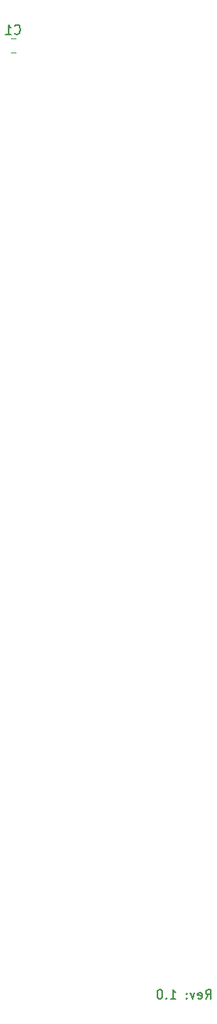
<source format=gbo>
%TF.GenerationSoftware,KiCad,Pcbnew,(5.1.10-1-10_14)*%
%TF.CreationDate,2022-05-12T15:34:21+03:00*%
%TF.ProjectId,Logic_signal_amplifier,4c6f6769-635f-4736-9967-6e616c5f616d,rev?*%
%TF.SameCoordinates,Original*%
%TF.FileFunction,Legend,Bot*%
%TF.FilePolarity,Positive*%
%FSLAX46Y46*%
G04 Gerber Fmt 4.6, Leading zero omitted, Abs format (unit mm)*
G04 Created by KiCad (PCBNEW (5.1.10-1-10_14)) date 2022-05-12 15:34:21*
%MOMM*%
%LPD*%
G01*
G04 APERTURE LIST*
%ADD10C,0.150000*%
%ADD11C,0.120000*%
G04 APERTURE END LIST*
D10*
X137809523Y-147452380D02*
X138142857Y-146976190D01*
X138380952Y-147452380D02*
X138380952Y-146452380D01*
X138000000Y-146452380D01*
X137904761Y-146500000D01*
X137857142Y-146547619D01*
X137809523Y-146642857D01*
X137809523Y-146785714D01*
X137857142Y-146880952D01*
X137904761Y-146928571D01*
X138000000Y-146976190D01*
X138380952Y-146976190D01*
X137000000Y-147404761D02*
X137095238Y-147452380D01*
X137285714Y-147452380D01*
X137380952Y-147404761D01*
X137428571Y-147309523D01*
X137428571Y-146928571D01*
X137380952Y-146833333D01*
X137285714Y-146785714D01*
X137095238Y-146785714D01*
X137000000Y-146833333D01*
X136952380Y-146928571D01*
X136952380Y-147023809D01*
X137428571Y-147119047D01*
X136619047Y-146785714D02*
X136380952Y-147452380D01*
X136142857Y-146785714D01*
X135761904Y-147357142D02*
X135714285Y-147404761D01*
X135761904Y-147452380D01*
X135809523Y-147404761D01*
X135761904Y-147357142D01*
X135761904Y-147452380D01*
X135761904Y-146833333D02*
X135714285Y-146880952D01*
X135761904Y-146928571D01*
X135809523Y-146880952D01*
X135761904Y-146833333D01*
X135761904Y-146928571D01*
X134000000Y-147452380D02*
X134571428Y-147452380D01*
X134285714Y-147452380D02*
X134285714Y-146452380D01*
X134380952Y-146595238D01*
X134476190Y-146690476D01*
X134571428Y-146738095D01*
X133571428Y-147357142D02*
X133523809Y-147404761D01*
X133571428Y-147452380D01*
X133619047Y-147404761D01*
X133571428Y-147357142D01*
X133571428Y-147452380D01*
X132904761Y-146452380D02*
X132809523Y-146452380D01*
X132714285Y-146500000D01*
X132666666Y-146547619D01*
X132619047Y-146642857D01*
X132571428Y-146833333D01*
X132571428Y-147071428D01*
X132619047Y-147261904D01*
X132666666Y-147357142D01*
X132714285Y-147404761D01*
X132809523Y-147452380D01*
X132904761Y-147452380D01*
X133000000Y-147404761D01*
X133047619Y-147357142D01*
X133095238Y-147261904D01*
X133142857Y-147071428D01*
X133142857Y-146833333D01*
X133095238Y-146642857D01*
X133047619Y-146547619D01*
X133000000Y-146500000D01*
X132904761Y-146452380D01*
D11*
%TO.C,C1*%
X117261252Y-45235000D02*
X116738748Y-45235000D01*
X117261252Y-43765000D02*
X116738748Y-43765000D01*
D10*
X117166666Y-43177142D02*
X117214285Y-43224761D01*
X117357142Y-43272380D01*
X117452380Y-43272380D01*
X117595238Y-43224761D01*
X117690476Y-43129523D01*
X117738095Y-43034285D01*
X117785714Y-42843809D01*
X117785714Y-42700952D01*
X117738095Y-42510476D01*
X117690476Y-42415238D01*
X117595238Y-42320000D01*
X117452380Y-42272380D01*
X117357142Y-42272380D01*
X117214285Y-42320000D01*
X117166666Y-42367619D01*
X116214285Y-43272380D02*
X116785714Y-43272380D01*
X116500000Y-43272380D02*
X116500000Y-42272380D01*
X116595238Y-42415238D01*
X116690476Y-42510476D01*
X116785714Y-42558095D01*
%TD*%
M02*

</source>
